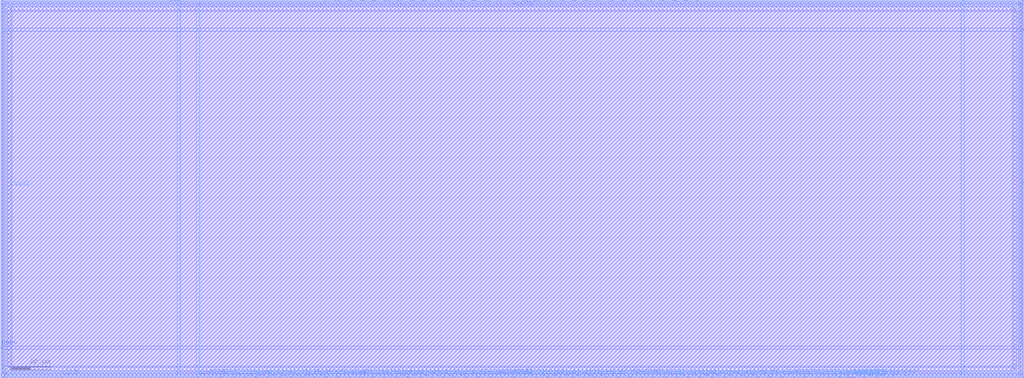
<source format=lef>
VERSION 5.4 ;
NAMESCASESENSITIVE ON ;
BUSBITCHARS "[]" ;
DIVIDERCHAR "/" ;

MACRO sky130_sram_1r1w0rw_60x32
   CLASS BLOCK ;
   SIZE 511.46 BY 188.98 ;
   SYMMETRY X Y R90 ;
   PIN din0[0]
      DIRECTION INPUT ;
      PORT
         LAYER met4 ;
         RECT  98.38 0.0 98.76 0.38 ;
      END
   END din0[0]
   PIN din0[1]
      DIRECTION INPUT ;
      PORT
         LAYER met4 ;
         RECT  104.22 0.0 104.6 0.38 ;
      END
   END din0[1]
   PIN din0[2]
      DIRECTION INPUT ;
      PORT
         LAYER met4 ;
         RECT  110.06 0.0 110.44 0.38 ;
      END
   END din0[2]
   PIN din0[3]
      DIRECTION INPUT ;
      PORT
         LAYER met4 ;
         RECT  115.9 0.0 116.28 0.38 ;
      END
   END din0[3]
   PIN din0[4]
      DIRECTION INPUT ;
      PORT
         LAYER met4 ;
         RECT  121.74 0.0 122.12 0.38 ;
      END
   END din0[4]
   PIN din0[5]
      DIRECTION INPUT ;
      PORT
         LAYER met4 ;
         RECT  127.58 0.0 127.96 0.38 ;
      END
   END din0[5]
   PIN din0[6]
      DIRECTION INPUT ;
      PORT
         LAYER met4 ;
         RECT  133.42 0.0 133.8 0.38 ;
      END
   END din0[6]
   PIN din0[7]
      DIRECTION INPUT ;
      PORT
         LAYER met4 ;
         RECT  139.26 0.0 139.64 0.38 ;
      END
   END din0[7]
   PIN din0[8]
      DIRECTION INPUT ;
      PORT
         LAYER met4 ;
         RECT  145.1 0.0 145.48 0.38 ;
      END
   END din0[8]
   PIN din0[9]
      DIRECTION INPUT ;
      PORT
         LAYER met4 ;
         RECT  150.94 0.0 151.32 0.38 ;
      END
   END din0[9]
   PIN din0[10]
      DIRECTION INPUT ;
      PORT
         LAYER met4 ;
         RECT  156.78 0.0 157.16 0.38 ;
      END
   END din0[10]
   PIN din0[11]
      DIRECTION INPUT ;
      PORT
         LAYER met4 ;
         RECT  162.62 0.0 163.0 0.38 ;
      END
   END din0[11]
   PIN din0[12]
      DIRECTION INPUT ;
      PORT
         LAYER met4 ;
         RECT  168.46 0.0 168.84 0.38 ;
      END
   END din0[12]
   PIN din0[13]
      DIRECTION INPUT ;
      PORT
         LAYER met4 ;
         RECT  174.3 0.0 174.68 0.38 ;
      END
   END din0[13]
   PIN din0[14]
      DIRECTION INPUT ;
      PORT
         LAYER met4 ;
         RECT  180.14 0.0 180.52 0.38 ;
      END
   END din0[14]
   PIN din0[15]
      DIRECTION INPUT ;
      PORT
         LAYER met4 ;
         RECT  185.98 0.0 186.36 0.38 ;
      END
   END din0[15]
   PIN din0[16]
      DIRECTION INPUT ;
      PORT
         LAYER met4 ;
         RECT  191.82 0.0 192.2 0.38 ;
      END
   END din0[16]
   PIN din0[17]
      DIRECTION INPUT ;
      PORT
         LAYER met4 ;
         RECT  197.66 0.0 198.04 0.38 ;
      END
   END din0[17]
   PIN din0[18]
      DIRECTION INPUT ;
      PORT
         LAYER met4 ;
         RECT  203.5 0.0 203.88 0.38 ;
      END
   END din0[18]
   PIN din0[19]
      DIRECTION INPUT ;
      PORT
         LAYER met4 ;
         RECT  209.34 0.0 209.72 0.38 ;
      END
   END din0[19]
   PIN din0[20]
      DIRECTION INPUT ;
      PORT
         LAYER met4 ;
         RECT  215.18 0.0 215.56 0.38 ;
      END
   END din0[20]
   PIN din0[21]
      DIRECTION INPUT ;
      PORT
         LAYER met4 ;
         RECT  221.02 0.0 221.4 0.38 ;
      END
   END din0[21]
   PIN din0[22]
      DIRECTION INPUT ;
      PORT
         LAYER met4 ;
         RECT  226.86 0.0 227.24 0.38 ;
      END
   END din0[22]
   PIN din0[23]
      DIRECTION INPUT ;
      PORT
         LAYER met4 ;
         RECT  232.7 0.0 233.08 0.38 ;
      END
   END din0[23]
   PIN din0[24]
      DIRECTION INPUT ;
      PORT
         LAYER met4 ;
         RECT  238.54 0.0 238.92 0.38 ;
      END
   END din0[24]
   PIN din0[25]
      DIRECTION INPUT ;
      PORT
         LAYER met4 ;
         RECT  244.38 0.0 244.76 0.38 ;
      END
   END din0[25]
   PIN din0[26]
      DIRECTION INPUT ;
      PORT
         LAYER met4 ;
         RECT  250.22 0.0 250.6 0.38 ;
      END
   END din0[26]
   PIN din0[27]
      DIRECTION INPUT ;
      PORT
         LAYER met4 ;
         RECT  256.06 0.0 256.44 0.38 ;
      END
   END din0[27]
   PIN din0[28]
      DIRECTION INPUT ;
      PORT
         LAYER met4 ;
         RECT  261.9 0.0 262.28 0.38 ;
      END
   END din0[28]
   PIN din0[29]
      DIRECTION INPUT ;
      PORT
         LAYER met4 ;
         RECT  267.74 0.0 268.12 0.38 ;
      END
   END din0[29]
   PIN din0[30]
      DIRECTION INPUT ;
      PORT
         LAYER met4 ;
         RECT  273.58 0.0 273.96 0.38 ;
      END
   END din0[30]
   PIN din0[31]
      DIRECTION INPUT ;
      PORT
         LAYER met4 ;
         RECT  279.42 0.0 279.8 0.38 ;
      END
   END din0[31]
   PIN din0[32]
      DIRECTION INPUT ;
      PORT
         LAYER met4 ;
         RECT  285.26 0.0 285.64 0.38 ;
      END
   END din0[32]
   PIN din0[33]
      DIRECTION INPUT ;
      PORT
         LAYER met4 ;
         RECT  291.1 0.0 291.48 0.38 ;
      END
   END din0[33]
   PIN din0[34]
      DIRECTION INPUT ;
      PORT
         LAYER met4 ;
         RECT  296.94 0.0 297.32 0.38 ;
      END
   END din0[34]
   PIN din0[35]
      DIRECTION INPUT ;
      PORT
         LAYER met4 ;
         RECT  302.78 0.0 303.16 0.38 ;
      END
   END din0[35]
   PIN din0[36]
      DIRECTION INPUT ;
      PORT
         LAYER met4 ;
         RECT  308.62 0.0 309.0 0.38 ;
      END
   END din0[36]
   PIN din0[37]
      DIRECTION INPUT ;
      PORT
         LAYER met4 ;
         RECT  314.46 0.0 314.84 0.38 ;
      END
   END din0[37]
   PIN din0[38]
      DIRECTION INPUT ;
      PORT
         LAYER met4 ;
         RECT  320.3 0.0 320.68 0.38 ;
      END
   END din0[38]
   PIN din0[39]
      DIRECTION INPUT ;
      PORT
         LAYER met4 ;
         RECT  326.14 0.0 326.52 0.38 ;
      END
   END din0[39]
   PIN din0[40]
      DIRECTION INPUT ;
      PORT
         LAYER met4 ;
         RECT  331.98 0.0 332.36 0.38 ;
      END
   END din0[40]
   PIN din0[41]
      DIRECTION INPUT ;
      PORT
         LAYER met4 ;
         RECT  337.82 0.0 338.2 0.38 ;
      END
   END din0[41]
   PIN din0[42]
      DIRECTION INPUT ;
      PORT
         LAYER met4 ;
         RECT  343.66 0.0 344.04 0.38 ;
      END
   END din0[42]
   PIN din0[43]
      DIRECTION INPUT ;
      PORT
         LAYER met4 ;
         RECT  349.5 0.0 349.88 0.38 ;
      END
   END din0[43]
   PIN din0[44]
      DIRECTION INPUT ;
      PORT
         LAYER met4 ;
         RECT  355.34 0.0 355.72 0.38 ;
      END
   END din0[44]
   PIN din0[45]
      DIRECTION INPUT ;
      PORT
         LAYER met4 ;
         RECT  361.18 0.0 361.56 0.38 ;
      END
   END din0[45]
   PIN din0[46]
      DIRECTION INPUT ;
      PORT
         LAYER met4 ;
         RECT  367.02 0.0 367.4 0.38 ;
      END
   END din0[46]
   PIN din0[47]
      DIRECTION INPUT ;
      PORT
         LAYER met4 ;
         RECT  372.86 0.0 373.24 0.38 ;
      END
   END din0[47]
   PIN din0[48]
      DIRECTION INPUT ;
      PORT
         LAYER met4 ;
         RECT  378.7 0.0 379.08 0.38 ;
      END
   END din0[48]
   PIN din0[49]
      DIRECTION INPUT ;
      PORT
         LAYER met4 ;
         RECT  384.54 0.0 384.92 0.38 ;
      END
   END din0[49]
   PIN din0[50]
      DIRECTION INPUT ;
      PORT
         LAYER met4 ;
         RECT  390.38 0.0 390.76 0.38 ;
      END
   END din0[50]
   PIN din0[51]
      DIRECTION INPUT ;
      PORT
         LAYER met4 ;
         RECT  396.22 0.0 396.6 0.38 ;
      END
   END din0[51]
   PIN din0[52]
      DIRECTION INPUT ;
      PORT
         LAYER met4 ;
         RECT  402.06 0.0 402.44 0.38 ;
      END
   END din0[52]
   PIN din0[53]
      DIRECTION INPUT ;
      PORT
         LAYER met4 ;
         RECT  407.9 0.0 408.28 0.38 ;
      END
   END din0[53]
   PIN din0[54]
      DIRECTION INPUT ;
      PORT
         LAYER met4 ;
         RECT  413.74 0.0 414.12 0.38 ;
      END
   END din0[54]
   PIN din0[55]
      DIRECTION INPUT ;
      PORT
         LAYER met4 ;
         RECT  419.58 0.0 419.96 0.38 ;
      END
   END din0[55]
   PIN din0[56]
      DIRECTION INPUT ;
      PORT
         LAYER met4 ;
         RECT  425.42 0.0 425.8 0.38 ;
      END
   END din0[56]
   PIN din0[57]
      DIRECTION INPUT ;
      PORT
         LAYER met4 ;
         RECT  431.26 0.0 431.64 0.38 ;
      END
   END din0[57]
   PIN din0[58]
      DIRECTION INPUT ;
      PORT
         LAYER met4 ;
         RECT  437.1 0.0 437.48 0.38 ;
      END
   END din0[58]
   PIN din0[59]
      DIRECTION INPUT ;
      PORT
         LAYER met4 ;
         RECT  442.94 0.0 443.32 0.38 ;
      END
   END din0[59]
   PIN addr0[0]
      DIRECTION INPUT ;
      PORT
         LAYER met4 ;
         RECT  88.825 188.6 89.205 188.98 ;
      END
   END addr0[0]
   PIN addr0[1]
      DIRECTION INPUT ;
      PORT
         LAYER met4 ;
         RECT  85.16 188.6 85.54 188.98 ;
      END
   END addr0[1]
   PIN addr0[2]
      DIRECTION INPUT ;
      PORT
         LAYER met4 ;
         RECT  88.135 188.6 88.515 188.98 ;
      END
   END addr0[2]
   PIN addr0[3]
      DIRECTION INPUT ;
      PORT
         LAYER met4 ;
         RECT  87.445 188.6 87.825 188.98 ;
      END
   END addr0[3]
   PIN addr0[4]
      DIRECTION INPUT ;
      PORT
         LAYER met4 ;
         RECT  86.7 188.6 87.08 188.98 ;
      END
   END addr0[4]
   PIN addr1[0]
      DIRECTION INPUT ;
      PORT
         LAYER met4 ;
         RECT  426.8 0.0 427.18 0.38 ;
      END
   END addr1[0]
   PIN addr1[1]
      DIRECTION INPUT ;
      PORT
         LAYER met4 ;
         RECT  422.235 0.0 422.615 0.38 ;
      END
   END addr1[1]
   PIN addr1[2]
      DIRECTION INPUT ;
      PORT
         LAYER met4 ;
         RECT  426.11 0.0 426.49 0.38 ;
      END
   END addr1[2]
   PIN addr1[3]
      DIRECTION INPUT ;
      PORT
         LAYER met4 ;
         RECT  422.925 0.0 423.305 0.38 ;
      END
   END addr1[3]
   PIN addr1[4]
      DIRECTION INPUT ;
      PORT
         LAYER met4 ;
         RECT  423.615 0.0 423.995 0.38 ;
      END
   END addr1[4]
   PIN csb0
      DIRECTION INPUT ;
      PORT
         LAYER met3 ;
         RECT  0.0 14.87 0.38 15.25 ;
      END
   END csb0
   PIN csb1
      DIRECTION INPUT ;
      PORT
         LAYER met3 ;
         RECT  511.08 173.73 511.46 174.11 ;
      END
   END csb1
   PIN clk0
      DIRECTION INPUT ;
      PORT
         LAYER met4 ;
         RECT  30.26 0.0 30.64 0.38 ;
      END
   END clk0
   PIN clk1
      DIRECTION INPUT ;
      PORT
         LAYER met4 ;
         RECT  480.82 188.6 481.2 188.98 ;
      END
   END clk1
   PIN dout1[0]
      DIRECTION OUTPUT ;
      PORT
         LAYER met4 ;
         RECT  162.365 188.6 162.745 188.98 ;
      END
   END dout1[0]
   PIN dout1[1]
      DIRECTION OUTPUT ;
      PORT
         LAYER met4 ;
         RECT  167.335 188.6 167.715 188.98 ;
      END
   END dout1[1]
   PIN dout1[2]
      DIRECTION OUTPUT ;
      PORT
         LAYER met4 ;
         RECT  168.605 188.6 168.985 188.98 ;
      END
   END dout1[2]
   PIN dout1[3]
      DIRECTION OUTPUT ;
      PORT
         LAYER met4 ;
         RECT  173.575 188.6 173.955 188.98 ;
      END
   END dout1[3]
   PIN dout1[4]
      DIRECTION OUTPUT ;
      PORT
         LAYER met4 ;
         RECT  174.845 188.6 175.225 188.98 ;
      END
   END dout1[4]
   PIN dout1[5]
      DIRECTION OUTPUT ;
      PORT
         LAYER met4 ;
         RECT  179.815 188.6 180.195 188.98 ;
      END
   END dout1[5]
   PIN dout1[6]
      DIRECTION OUTPUT ;
      PORT
         LAYER met4 ;
         RECT  181.085 188.6 181.465 188.98 ;
      END
   END dout1[6]
   PIN dout1[7]
      DIRECTION OUTPUT ;
      PORT
         LAYER met4 ;
         RECT  186.055 188.6 186.435 188.98 ;
      END
   END dout1[7]
   PIN dout1[8]
      DIRECTION OUTPUT ;
      PORT
         LAYER met4 ;
         RECT  187.325 188.6 187.705 188.98 ;
      END
   END dout1[8]
   PIN dout1[9]
      DIRECTION OUTPUT ;
      PORT
         LAYER met4 ;
         RECT  192.295 188.6 192.675 188.98 ;
      END
   END dout1[9]
   PIN dout1[10]
      DIRECTION OUTPUT ;
      PORT
         LAYER met4 ;
         RECT  193.565 188.6 193.945 188.98 ;
      END
   END dout1[10]
   PIN dout1[11]
      DIRECTION OUTPUT ;
      PORT
         LAYER met4 ;
         RECT  198.535 188.6 198.915 188.98 ;
      END
   END dout1[11]
   PIN dout1[12]
      DIRECTION OUTPUT ;
      PORT
         LAYER met4 ;
         RECT  199.805 188.6 200.185 188.98 ;
      END
   END dout1[12]
   PIN dout1[13]
      DIRECTION OUTPUT ;
      PORT
         LAYER met4 ;
         RECT  204.775 188.6 205.155 188.98 ;
      END
   END dout1[13]
   PIN dout1[14]
      DIRECTION OUTPUT ;
      PORT
         LAYER met4 ;
         RECT  206.045 188.6 206.425 188.98 ;
      END
   END dout1[14]
   PIN dout1[15]
      DIRECTION OUTPUT ;
      PORT
         LAYER met4 ;
         RECT  211.015 188.6 211.395 188.98 ;
      END
   END dout1[15]
   PIN dout1[16]
      DIRECTION OUTPUT ;
      PORT
         LAYER met4 ;
         RECT  212.285 188.6 212.665 188.98 ;
      END
   END dout1[16]
   PIN dout1[17]
      DIRECTION OUTPUT ;
      PORT
         LAYER met4 ;
         RECT  217.255 188.6 217.635 188.98 ;
      END
   END dout1[17]
   PIN dout1[18]
      DIRECTION OUTPUT ;
      PORT
         LAYER met4 ;
         RECT  218.525 188.6 218.905 188.98 ;
      END
   END dout1[18]
   PIN dout1[19]
      DIRECTION OUTPUT ;
      PORT
         LAYER met4 ;
         RECT  223.495 188.6 223.875 188.98 ;
      END
   END dout1[19]
   PIN dout1[20]
      DIRECTION OUTPUT ;
      PORT
         LAYER met4 ;
         RECT  224.765 188.6 225.145 188.98 ;
      END
   END dout1[20]
   PIN dout1[21]
      DIRECTION OUTPUT ;
      PORT
         LAYER met4 ;
         RECT  229.735 188.6 230.115 188.98 ;
      END
   END dout1[21]
   PIN dout1[22]
      DIRECTION OUTPUT ;
      PORT
         LAYER met4 ;
         RECT  231.005 188.6 231.385 188.98 ;
      END
   END dout1[22]
   PIN dout1[23]
      DIRECTION OUTPUT ;
      PORT
         LAYER met4 ;
         RECT  235.975 188.6 236.355 188.98 ;
      END
   END dout1[23]
   PIN dout1[24]
      DIRECTION OUTPUT ;
      PORT
         LAYER met4 ;
         RECT  237.245 188.6 237.625 188.98 ;
      END
   END dout1[24]
   PIN dout1[25]
      DIRECTION OUTPUT ;
      PORT
         LAYER met4 ;
         RECT  242.215 188.6 242.595 188.98 ;
      END
   END dout1[25]
   PIN dout1[26]
      DIRECTION OUTPUT ;
      PORT
         LAYER met4 ;
         RECT  243.485 188.6 243.865 188.98 ;
      END
   END dout1[26]
   PIN dout1[27]
      DIRECTION OUTPUT ;
      PORT
         LAYER met4 ;
         RECT  248.455 188.6 248.835 188.98 ;
      END
   END dout1[27]
   PIN dout1[28]
      DIRECTION OUTPUT ;
      PORT
         LAYER met4 ;
         RECT  249.725 188.6 250.105 188.98 ;
      END
   END dout1[28]
   PIN dout1[29]
      DIRECTION OUTPUT ;
      PORT
         LAYER met4 ;
         RECT  254.695 188.6 255.075 188.98 ;
      END
   END dout1[29]
   PIN dout1[30]
      DIRECTION OUTPUT ;
      PORT
         LAYER met4 ;
         RECT  255.965 188.6 256.345 188.98 ;
      END
   END dout1[30]
   PIN dout1[31]
      DIRECTION OUTPUT ;
      PORT
         LAYER met4 ;
         RECT  260.935 188.6 261.315 188.98 ;
      END
   END dout1[31]
   PIN dout1[32]
      DIRECTION OUTPUT ;
      PORT
         LAYER met4 ;
         RECT  262.205 188.6 262.585 188.98 ;
      END
   END dout1[32]
   PIN dout1[33]
      DIRECTION OUTPUT ;
      PORT
         LAYER met4 ;
         RECT  267.175 188.6 267.555 188.98 ;
      END
   END dout1[33]
   PIN dout1[34]
      DIRECTION OUTPUT ;
      PORT
         LAYER met4 ;
         RECT  268.445 188.6 268.825 188.98 ;
      END
   END dout1[34]
   PIN dout1[35]
      DIRECTION OUTPUT ;
      PORT
         LAYER met4 ;
         RECT  273.415 188.6 273.795 188.98 ;
      END
   END dout1[35]
   PIN dout1[36]
      DIRECTION OUTPUT ;
      PORT
         LAYER met4 ;
         RECT  274.685 188.6 275.065 188.98 ;
      END
   END dout1[36]
   PIN dout1[37]
      DIRECTION OUTPUT ;
      PORT
         LAYER met4 ;
         RECT  279.655 188.6 280.035 188.98 ;
      END
   END dout1[37]
   PIN dout1[38]
      DIRECTION OUTPUT ;
      PORT
         LAYER met4 ;
         RECT  280.925 188.6 281.305 188.98 ;
      END
   END dout1[38]
   PIN dout1[39]
      DIRECTION OUTPUT ;
      PORT
         LAYER met4 ;
         RECT  285.895 188.6 286.275 188.98 ;
      END
   END dout1[39]
   PIN dout1[40]
      DIRECTION OUTPUT ;
      PORT
         LAYER met4 ;
         RECT  287.165 188.6 287.545 188.98 ;
      END
   END dout1[40]
   PIN dout1[41]
      DIRECTION OUTPUT ;
      PORT
         LAYER met4 ;
         RECT  292.135 188.6 292.515 188.98 ;
      END
   END dout1[41]
   PIN dout1[42]
      DIRECTION OUTPUT ;
      PORT
         LAYER met4 ;
         RECT  293.405 188.6 293.785 188.98 ;
      END
   END dout1[42]
   PIN dout1[43]
      DIRECTION OUTPUT ;
      PORT
         LAYER met4 ;
         RECT  298.375 188.6 298.755 188.98 ;
      END
   END dout1[43]
   PIN dout1[44]
      DIRECTION OUTPUT ;
      PORT
         LAYER met4 ;
         RECT  299.645 188.6 300.025 188.98 ;
      END
   END dout1[44]
   PIN dout1[45]
      DIRECTION OUTPUT ;
      PORT
         LAYER met4 ;
         RECT  304.615 188.6 304.995 188.98 ;
      END
   END dout1[45]
   PIN dout1[46]
      DIRECTION OUTPUT ;
      PORT
         LAYER met4 ;
         RECT  305.885 188.6 306.265 188.98 ;
      END
   END dout1[46]
   PIN dout1[47]
      DIRECTION OUTPUT ;
      PORT
         LAYER met4 ;
         RECT  310.855 188.6 311.235 188.98 ;
      END
   END dout1[47]
   PIN dout1[48]
      DIRECTION OUTPUT ;
      PORT
         LAYER met4 ;
         RECT  312.125 188.6 312.505 188.98 ;
      END
   END dout1[48]
   PIN dout1[49]
      DIRECTION OUTPUT ;
      PORT
         LAYER met4 ;
         RECT  317.095 188.6 317.475 188.98 ;
      END
   END dout1[49]
   PIN dout1[50]
      DIRECTION OUTPUT ;
      PORT
         LAYER met4 ;
         RECT  318.365 188.6 318.745 188.98 ;
      END
   END dout1[50]
   PIN dout1[51]
      DIRECTION OUTPUT ;
      PORT
         LAYER met4 ;
         RECT  323.335 188.6 323.715 188.98 ;
      END
   END dout1[51]
   PIN dout1[52]
      DIRECTION OUTPUT ;
      PORT
         LAYER met4 ;
         RECT  324.605 188.6 324.985 188.98 ;
      END
   END dout1[52]
   PIN dout1[53]
      DIRECTION OUTPUT ;
      PORT
         LAYER met4 ;
         RECT  329.575 188.6 329.955 188.98 ;
      END
   END dout1[53]
   PIN dout1[54]
      DIRECTION OUTPUT ;
      PORT
         LAYER met4 ;
         RECT  330.845 188.6 331.225 188.98 ;
      END
   END dout1[54]
   PIN dout1[55]
      DIRECTION OUTPUT ;
      PORT
         LAYER met4 ;
         RECT  335.815 188.6 336.195 188.98 ;
      END
   END dout1[55]
   PIN dout1[56]
      DIRECTION OUTPUT ;
      PORT
         LAYER met4 ;
         RECT  337.085 188.6 337.465 188.98 ;
      END
   END dout1[56]
   PIN dout1[57]
      DIRECTION OUTPUT ;
      PORT
         LAYER met4 ;
         RECT  342.055 188.6 342.435 188.98 ;
      END
   END dout1[57]
   PIN dout1[58]
      DIRECTION OUTPUT ;
      PORT
         LAYER met4 ;
         RECT  343.325 188.6 343.705 188.98 ;
      END
   END dout1[58]
   PIN dout1[59]
      DIRECTION OUTPUT ;
      PORT
         LAYER met4 ;
         RECT  348.295 188.6 348.675 188.98 ;
      END
   END dout1[59]
   PIN vccd1
      DIRECTION INOUT ;
      USE POWER ; 
      SHAPE ABUTMENT ; 
      PORT
         LAYER met3 ;
         RECT  0.0 187.24 511.46 188.98 ;
         LAYER met4 ;
         RECT  0.0 0.0 1.74 188.98 ;
         LAYER met4 ;
         RECT  509.72 0.0 511.46 188.98 ;
         LAYER met3 ;
         RECT  0.0 0.0 511.46 1.74 ;
      END
   END vccd1
   PIN vssd1
      DIRECTION INOUT ;
      USE GROUND ; 
      SHAPE ABUTMENT ; 
      PORT
         LAYER met3 ;
         RECT  3.48 3.48 507.98 5.22 ;
         LAYER met4 ;
         RECT  506.24 3.48 507.98 185.5 ;
         LAYER met4 ;
         RECT  3.48 3.48 5.22 185.5 ;
         LAYER met3 ;
         RECT  3.48 183.76 507.98 185.5 ;
      END
   END vssd1
   OBS
   LAYER  met1 ;
      RECT  0.62 0.62 510.84 188.36 ;
   LAYER  met2 ;
      RECT  0.62 0.62 510.84 188.36 ;
   LAYER  met3 ;
      RECT  0.98 14.27 510.84 15.85 ;
      RECT  0.98 15.85 510.48 173.13 ;
      RECT  0.98 173.13 510.48 174.71 ;
      RECT  510.48 15.85 510.84 173.13 ;
      RECT  0.62 15.85 0.98 186.64 ;
      RECT  510.48 174.71 510.84 186.64 ;
      RECT  0.62 2.34 0.98 14.27 ;
      RECT  0.98 2.34 2.88 2.88 ;
      RECT  0.98 2.88 2.88 5.82 ;
      RECT  0.98 5.82 2.88 14.27 ;
      RECT  2.88 2.34 508.58 2.88 ;
      RECT  2.88 5.82 508.58 14.27 ;
      RECT  508.58 2.34 510.84 2.88 ;
      RECT  508.58 2.88 510.84 5.82 ;
      RECT  508.58 5.82 510.84 14.27 ;
      RECT  0.98 174.71 2.88 183.16 ;
      RECT  0.98 183.16 2.88 186.1 ;
      RECT  0.98 186.1 2.88 186.64 ;
      RECT  2.88 174.71 508.58 183.16 ;
      RECT  2.88 186.1 508.58 186.64 ;
      RECT  508.58 174.71 510.48 183.16 ;
      RECT  508.58 183.16 510.48 186.1 ;
      RECT  508.58 186.1 510.48 186.64 ;
   LAYER  met4 ;
      RECT  97.78 0.98 99.36 188.36 ;
      RECT  99.36 0.62 103.62 0.98 ;
      RECT  105.2 0.62 109.46 0.98 ;
      RECT  111.04 0.62 115.3 0.98 ;
      RECT  116.88 0.62 121.14 0.98 ;
      RECT  122.72 0.62 126.98 0.98 ;
      RECT  128.56 0.62 132.82 0.98 ;
      RECT  134.4 0.62 138.66 0.98 ;
      RECT  140.24 0.62 144.5 0.98 ;
      RECT  146.08 0.62 150.34 0.98 ;
      RECT  151.92 0.62 156.18 0.98 ;
      RECT  157.76 0.62 162.02 0.98 ;
      RECT  163.6 0.62 167.86 0.98 ;
      RECT  169.44 0.62 173.7 0.98 ;
      RECT  175.28 0.62 179.54 0.98 ;
      RECT  181.12 0.62 185.38 0.98 ;
      RECT  186.96 0.62 191.22 0.98 ;
      RECT  192.8 0.62 197.06 0.98 ;
      RECT  198.64 0.62 202.9 0.98 ;
      RECT  204.48 0.62 208.74 0.98 ;
      RECT  210.32 0.62 214.58 0.98 ;
      RECT  216.16 0.62 220.42 0.98 ;
      RECT  222.0 0.62 226.26 0.98 ;
      RECT  227.84 0.62 232.1 0.98 ;
      RECT  233.68 0.62 237.94 0.98 ;
      RECT  239.52 0.62 243.78 0.98 ;
      RECT  245.36 0.62 249.62 0.98 ;
      RECT  251.2 0.62 255.46 0.98 ;
      RECT  257.04 0.62 261.3 0.98 ;
      RECT  262.88 0.62 267.14 0.98 ;
      RECT  268.72 0.62 272.98 0.98 ;
      RECT  274.56 0.62 278.82 0.98 ;
      RECT  280.4 0.62 284.66 0.98 ;
      RECT  286.24 0.62 290.5 0.98 ;
      RECT  292.08 0.62 296.34 0.98 ;
      RECT  297.92 0.62 302.18 0.98 ;
      RECT  303.76 0.62 308.02 0.98 ;
      RECT  309.6 0.62 313.86 0.98 ;
      RECT  315.44 0.62 319.7 0.98 ;
      RECT  321.28 0.62 325.54 0.98 ;
      RECT  327.12 0.62 331.38 0.98 ;
      RECT  332.96 0.62 337.22 0.98 ;
      RECT  338.8 0.62 343.06 0.98 ;
      RECT  344.64 0.62 348.9 0.98 ;
      RECT  350.48 0.62 354.74 0.98 ;
      RECT  356.32 0.62 360.58 0.98 ;
      RECT  362.16 0.62 366.42 0.98 ;
      RECT  368.0 0.62 372.26 0.98 ;
      RECT  373.84 0.62 378.1 0.98 ;
      RECT  379.68 0.62 383.94 0.98 ;
      RECT  385.52 0.62 389.78 0.98 ;
      RECT  391.36 0.62 395.62 0.98 ;
      RECT  397.2 0.62 401.46 0.98 ;
      RECT  403.04 0.62 407.3 0.98 ;
      RECT  408.88 0.62 413.14 0.98 ;
      RECT  414.72 0.62 418.98 0.98 ;
      RECT  432.24 0.62 436.5 0.98 ;
      RECT  438.08 0.62 442.34 0.98 ;
      RECT  88.225 0.98 89.805 188.0 ;
      RECT  89.805 0.98 97.78 188.0 ;
      RECT  89.805 188.0 97.78 188.36 ;
      RECT  427.78 0.62 430.66 0.98 ;
      RECT  420.56 0.62 421.635 0.98 ;
      RECT  424.595 0.62 424.82 0.98 ;
      RECT  31.24 0.62 97.78 0.98 ;
      RECT  99.36 0.98 480.22 188.0 ;
      RECT  480.22 0.98 481.8 188.0 ;
      RECT  99.36 188.0 161.765 188.36 ;
      RECT  163.345 188.0 166.735 188.36 ;
      RECT  169.585 188.0 172.975 188.36 ;
      RECT  175.825 188.0 179.215 188.36 ;
      RECT  182.065 188.0 185.455 188.36 ;
      RECT  188.305 188.0 191.695 188.36 ;
      RECT  194.545 188.0 197.935 188.36 ;
      RECT  200.785 188.0 204.175 188.36 ;
      RECT  207.025 188.0 210.415 188.36 ;
      RECT  213.265 188.0 216.655 188.36 ;
      RECT  219.505 188.0 222.895 188.36 ;
      RECT  225.745 188.0 229.135 188.36 ;
      RECT  231.985 188.0 235.375 188.36 ;
      RECT  238.225 188.0 241.615 188.36 ;
      RECT  244.465 188.0 247.855 188.36 ;
      RECT  250.705 188.0 254.095 188.36 ;
      RECT  256.945 188.0 260.335 188.36 ;
      RECT  263.185 188.0 266.575 188.36 ;
      RECT  269.425 188.0 272.815 188.36 ;
      RECT  275.665 188.0 279.055 188.36 ;
      RECT  281.905 188.0 285.295 188.36 ;
      RECT  288.145 188.0 291.535 188.36 ;
      RECT  294.385 188.0 297.775 188.36 ;
      RECT  300.625 188.0 304.015 188.36 ;
      RECT  306.865 188.0 310.255 188.36 ;
      RECT  313.105 188.0 316.495 188.36 ;
      RECT  319.345 188.0 322.735 188.36 ;
      RECT  325.585 188.0 328.975 188.36 ;
      RECT  331.825 188.0 335.215 188.36 ;
      RECT  338.065 188.0 341.455 188.36 ;
      RECT  344.305 188.0 347.695 188.36 ;
      RECT  349.275 188.0 480.22 188.36 ;
      RECT  2.34 188.0 84.56 188.36 ;
      RECT  2.34 0.62 29.66 0.98 ;
      RECT  443.92 0.62 509.12 0.98 ;
      RECT  481.8 188.0 509.12 188.36 ;
      RECT  481.8 0.98 505.64 2.88 ;
      RECT  481.8 2.88 505.64 186.1 ;
      RECT  481.8 186.1 505.64 188.0 ;
      RECT  505.64 0.98 508.58 2.88 ;
      RECT  505.64 186.1 508.58 188.0 ;
      RECT  508.58 0.98 509.12 2.88 ;
      RECT  508.58 2.88 509.12 186.1 ;
      RECT  508.58 186.1 509.12 188.0 ;
      RECT  2.34 0.98 2.88 2.88 ;
      RECT  2.34 2.88 2.88 186.1 ;
      RECT  2.34 186.1 2.88 188.0 ;
      RECT  2.88 0.98 5.82 2.88 ;
      RECT  2.88 186.1 5.82 188.0 ;
      RECT  5.82 0.98 88.225 2.88 ;
      RECT  5.82 2.88 88.225 186.1 ;
      RECT  5.82 186.1 88.225 188.0 ;
   END
END    sky130_sram_1r1w0rw_60x32
END    LIBRARY

</source>
